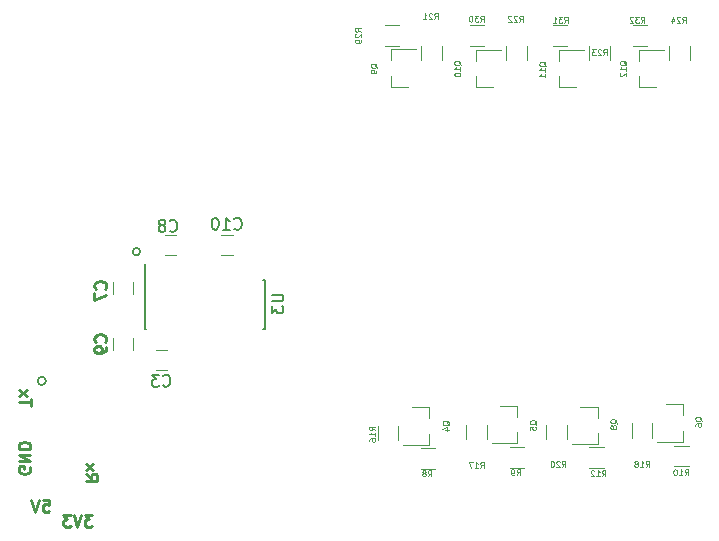
<source format=gbr>
G04 #@! TF.FileFunction,Legend,Bot*
%FSLAX46Y46*%
G04 Gerber Fmt 4.6, Leading zero omitted, Abs format (unit mm)*
G04 Created by KiCad (PCBNEW 4.0.4-stable) date 05/31/17 10:55:34*
%MOMM*%
%LPD*%
G01*
G04 APERTURE LIST*
%ADD10C,0.100000*%
%ADD11C,0.200000*%
%ADD12C,0.250000*%
%ADD13C,0.120000*%
%ADD14C,0.150000*%
G04 APERTURE END LIST*
D10*
D11*
X119246699Y-105846698D02*
G75*
G03X119246699Y-105846698I-346699J0D01*
G01*
X127216228Y-94900000D02*
G75*
G03X127216228Y-94900000I-316228J0D01*
G01*
D12*
X123148095Y-117182381D02*
X122529047Y-117182381D01*
X122862381Y-117563333D01*
X122719523Y-117563333D01*
X122624285Y-117610952D01*
X122576666Y-117658571D01*
X122529047Y-117753810D01*
X122529047Y-117991905D01*
X122576666Y-118087143D01*
X122624285Y-118134762D01*
X122719523Y-118182381D01*
X123005238Y-118182381D01*
X123100476Y-118134762D01*
X123148095Y-118087143D01*
X122243333Y-117182381D02*
X121910000Y-118182381D01*
X121576666Y-117182381D01*
X121338571Y-117182381D02*
X120719523Y-117182381D01*
X121052857Y-117563333D01*
X120909999Y-117563333D01*
X120814761Y-117610952D01*
X120767142Y-117658571D01*
X120719523Y-117753810D01*
X120719523Y-117991905D01*
X120767142Y-118087143D01*
X120814761Y-118134762D01*
X120909999Y-118182381D01*
X121195714Y-118182381D01*
X121290952Y-118134762D01*
X121338571Y-118087143D01*
X119000476Y-115912381D02*
X119476667Y-115912381D01*
X119524286Y-116388571D01*
X119476667Y-116340952D01*
X119381429Y-116293333D01*
X119143333Y-116293333D01*
X119048095Y-116340952D01*
X119000476Y-116388571D01*
X118952857Y-116483810D01*
X118952857Y-116721905D01*
X119000476Y-116817143D01*
X119048095Y-116864762D01*
X119143333Y-116912381D01*
X119381429Y-116912381D01*
X119476667Y-116864762D01*
X119524286Y-116817143D01*
X118667143Y-115912381D02*
X118333810Y-116912381D01*
X118000476Y-115912381D01*
X117880000Y-113131904D02*
X117927619Y-113227142D01*
X117927619Y-113369999D01*
X117880000Y-113512857D01*
X117784762Y-113608095D01*
X117689524Y-113655714D01*
X117499048Y-113703333D01*
X117356190Y-113703333D01*
X117165714Y-113655714D01*
X117070476Y-113608095D01*
X116975238Y-113512857D01*
X116927619Y-113369999D01*
X116927619Y-113274761D01*
X116975238Y-113131904D01*
X117022857Y-113084285D01*
X117356190Y-113084285D01*
X117356190Y-113274761D01*
X116927619Y-112655714D02*
X117927619Y-112655714D01*
X116927619Y-112084285D01*
X117927619Y-112084285D01*
X116927619Y-111608095D02*
X117927619Y-111608095D01*
X117927619Y-111370000D01*
X117880000Y-111227142D01*
X117784762Y-111131904D01*
X117689524Y-111084285D01*
X117499048Y-111036666D01*
X117356190Y-111036666D01*
X117165714Y-111084285D01*
X117070476Y-111131904D01*
X116975238Y-111227142D01*
X116927619Y-111370000D01*
X116927619Y-111608095D01*
X122597619Y-113705238D02*
X123073810Y-114038572D01*
X122597619Y-114276667D02*
X123597619Y-114276667D01*
X123597619Y-113895714D01*
X123550000Y-113800476D01*
X123502381Y-113752857D01*
X123407143Y-113705238D01*
X123264286Y-113705238D01*
X123169048Y-113752857D01*
X123121429Y-113800476D01*
X123073810Y-113895714D01*
X123073810Y-114276667D01*
X122597619Y-113371905D02*
X123264286Y-112848095D01*
X123264286Y-113371905D02*
X122597619Y-112848095D01*
X117977619Y-107940476D02*
X117977619Y-107369047D01*
X116977619Y-107654762D02*
X117977619Y-107654762D01*
X116977619Y-107130952D02*
X117644286Y-106607142D01*
X117644286Y-107130952D02*
X116977619Y-106607142D01*
D13*
X151660000Y-108070000D02*
X151660000Y-109000000D01*
X151660000Y-111230000D02*
X151660000Y-110300000D01*
X151660000Y-111230000D02*
X149500000Y-111230000D01*
X151660000Y-108070000D02*
X150200000Y-108070000D01*
D14*
X127610000Y-97295000D02*
X127635000Y-97295000D01*
X127610000Y-101445000D02*
X127715000Y-101445000D01*
X137760000Y-101445000D02*
X137655000Y-101445000D01*
X137760000Y-97295000D02*
X137655000Y-97295000D01*
X127610000Y-97295000D02*
X127610000Y-101445000D01*
X137760000Y-97295000D02*
X137760000Y-101445000D01*
X127635000Y-97295000D02*
X127635000Y-95920000D01*
D13*
X134050000Y-93490000D02*
X135050000Y-93490000D01*
X135050000Y-95190000D02*
X134050000Y-95190000D01*
X126620000Y-102200000D02*
X126620000Y-103200000D01*
X124920000Y-103200000D02*
X124920000Y-102200000D01*
X129530000Y-104950000D02*
X128530000Y-104950000D01*
X128530000Y-103250000D02*
X129530000Y-103250000D01*
X124920000Y-98450000D02*
X124920000Y-97450000D01*
X126620000Y-97450000D02*
X126620000Y-98450000D01*
X130280000Y-95170000D02*
X129280000Y-95170000D01*
X129280000Y-93470000D02*
X130280000Y-93470000D01*
X159160000Y-107970000D02*
X159160000Y-108900000D01*
X159160000Y-111130000D02*
X159160000Y-110200000D01*
X159160000Y-111130000D02*
X157000000Y-111130000D01*
X159160000Y-107970000D02*
X157700000Y-107970000D01*
X173160000Y-107820000D02*
X173160000Y-108750000D01*
X173160000Y-110980000D02*
X173160000Y-110050000D01*
X173160000Y-110980000D02*
X171000000Y-110980000D01*
X173160000Y-107820000D02*
X171700000Y-107820000D01*
X165960000Y-108020000D02*
X165960000Y-108950000D01*
X165960000Y-111180000D02*
X165960000Y-110250000D01*
X165960000Y-111180000D02*
X163800000Y-111180000D01*
X165960000Y-108020000D02*
X164500000Y-108020000D01*
X148440000Y-80930000D02*
X148440000Y-80000000D01*
X148440000Y-77770000D02*
X148440000Y-78700000D01*
X148440000Y-77770000D02*
X150600000Y-77770000D01*
X148440000Y-80930000D02*
X149900000Y-80930000D01*
X155640000Y-80980000D02*
X155640000Y-80050000D01*
X155640000Y-77820000D02*
X155640000Y-78750000D01*
X155640000Y-77820000D02*
X157800000Y-77820000D01*
X155640000Y-80980000D02*
X157100000Y-80980000D01*
X162640000Y-80980000D02*
X162640000Y-80050000D01*
X162640000Y-77820000D02*
X162640000Y-78750000D01*
X162640000Y-77820000D02*
X164800000Y-77820000D01*
X162640000Y-80980000D02*
X164100000Y-80980000D01*
X169440000Y-80980000D02*
X169440000Y-80050000D01*
X169440000Y-77820000D02*
X169440000Y-78750000D01*
X169440000Y-77820000D02*
X171600000Y-77820000D01*
X169440000Y-80980000D02*
X170900000Y-80980000D01*
X151000000Y-113280000D02*
X152200000Y-113280000D01*
X152200000Y-111520000D02*
X151000000Y-111520000D01*
X158500000Y-113180000D02*
X159700000Y-113180000D01*
X159700000Y-111420000D02*
X158500000Y-111420000D01*
X172450000Y-113080000D02*
X173650000Y-113080000D01*
X173650000Y-111320000D02*
X172450000Y-111320000D01*
X165250000Y-113180000D02*
X166450000Y-113180000D01*
X166450000Y-111420000D02*
X165250000Y-111420000D01*
X149080000Y-110850000D02*
X149080000Y-109650000D01*
X147320000Y-109650000D02*
X147320000Y-110850000D01*
X156580000Y-110750000D02*
X156580000Y-109550000D01*
X154820000Y-109550000D02*
X154820000Y-110750000D01*
X170580000Y-110650000D02*
X170580000Y-109450000D01*
X168820000Y-109450000D02*
X168820000Y-110650000D01*
X163380000Y-110750000D02*
X163380000Y-109550000D01*
X161620000Y-109550000D02*
X161620000Y-110750000D01*
X151020000Y-77450000D02*
X151020000Y-78650000D01*
X152780000Y-78650000D02*
X152780000Y-77450000D01*
X158220000Y-77450000D02*
X158220000Y-78650000D01*
X159980000Y-78650000D02*
X159980000Y-77450000D01*
X165220000Y-77450000D02*
X165220000Y-78650000D01*
X166980000Y-78650000D02*
X166980000Y-77450000D01*
X172020000Y-77450000D02*
X172020000Y-78650000D01*
X173780000Y-78650000D02*
X173780000Y-77450000D01*
X147950000Y-77480000D02*
X149150000Y-77480000D01*
X149150000Y-75720000D02*
X147950000Y-75720000D01*
X155150000Y-77480000D02*
X156350000Y-77480000D01*
X156350000Y-75720000D02*
X155150000Y-75720000D01*
X162150000Y-77480000D02*
X163350000Y-77480000D01*
X163350000Y-75720000D02*
X162150000Y-75720000D01*
X168950000Y-77480000D02*
X170150000Y-77480000D01*
X170150000Y-75720000D02*
X168950000Y-75720000D01*
D10*
X153373810Y-109602381D02*
X153350000Y-109554762D01*
X153302381Y-109507143D01*
X153230952Y-109435714D01*
X153207143Y-109388095D01*
X153207143Y-109340476D01*
X153326190Y-109364286D02*
X153302381Y-109316667D01*
X153254762Y-109269048D01*
X153159524Y-109245238D01*
X152992857Y-109245238D01*
X152897619Y-109269048D01*
X152850000Y-109316667D01*
X152826190Y-109364286D01*
X152826190Y-109459524D01*
X152850000Y-109507143D01*
X152897619Y-109554762D01*
X152992857Y-109578571D01*
X153159524Y-109578571D01*
X153254762Y-109554762D01*
X153302381Y-109507143D01*
X153326190Y-109459524D01*
X153326190Y-109364286D01*
X152992857Y-110007143D02*
X153326190Y-110007143D01*
X152802381Y-109888096D02*
X153159524Y-109769048D01*
X153159524Y-110078572D01*
D14*
X138352381Y-98538095D02*
X139161905Y-98538095D01*
X139257143Y-98585714D01*
X139304762Y-98633333D01*
X139352381Y-98728571D01*
X139352381Y-98919048D01*
X139304762Y-99014286D01*
X139257143Y-99061905D01*
X139161905Y-99109524D01*
X138352381Y-99109524D01*
X138352381Y-99490476D02*
X138352381Y-100109524D01*
X138733333Y-99776190D01*
X138733333Y-99919048D01*
X138780952Y-100014286D01*
X138828571Y-100061905D01*
X138923810Y-100109524D01*
X139161905Y-100109524D01*
X139257143Y-100061905D01*
X139304762Y-100014286D01*
X139352381Y-99919048D01*
X139352381Y-99633333D01*
X139304762Y-99538095D01*
X139257143Y-99490476D01*
X135192857Y-92947143D02*
X135240476Y-92994762D01*
X135383333Y-93042381D01*
X135478571Y-93042381D01*
X135621429Y-92994762D01*
X135716667Y-92899524D01*
X135764286Y-92804286D01*
X135811905Y-92613810D01*
X135811905Y-92470952D01*
X135764286Y-92280476D01*
X135716667Y-92185238D01*
X135621429Y-92090000D01*
X135478571Y-92042381D01*
X135383333Y-92042381D01*
X135240476Y-92090000D01*
X135192857Y-92137619D01*
X134240476Y-93042381D02*
X134811905Y-93042381D01*
X134526191Y-93042381D02*
X134526191Y-92042381D01*
X134621429Y-92185238D01*
X134716667Y-92280476D01*
X134811905Y-92328095D01*
X133621429Y-92042381D02*
X133526190Y-92042381D01*
X133430952Y-92090000D01*
X133383333Y-92137619D01*
X133335714Y-92232857D01*
X133288095Y-92423333D01*
X133288095Y-92661429D01*
X133335714Y-92851905D01*
X133383333Y-92947143D01*
X133430952Y-92994762D01*
X133526190Y-93042381D01*
X133621429Y-93042381D01*
X133716667Y-92994762D01*
X133764286Y-92947143D01*
X133811905Y-92851905D01*
X133859524Y-92661429D01*
X133859524Y-92423333D01*
X133811905Y-92232857D01*
X133764286Y-92137619D01*
X133716667Y-92090000D01*
X133621429Y-92042381D01*
D12*
X124257143Y-102533334D02*
X124304762Y-102485715D01*
X124352381Y-102342858D01*
X124352381Y-102247620D01*
X124304762Y-102104762D01*
X124209524Y-102009524D01*
X124114286Y-101961905D01*
X123923810Y-101914286D01*
X123780952Y-101914286D01*
X123590476Y-101961905D01*
X123495238Y-102009524D01*
X123400000Y-102104762D01*
X123352381Y-102247620D01*
X123352381Y-102342858D01*
X123400000Y-102485715D01*
X123447619Y-102533334D01*
X124352381Y-103009524D02*
X124352381Y-103200000D01*
X124304762Y-103295239D01*
X124257143Y-103342858D01*
X124114286Y-103438096D01*
X123923810Y-103485715D01*
X123542857Y-103485715D01*
X123447619Y-103438096D01*
X123400000Y-103390477D01*
X123352381Y-103295239D01*
X123352381Y-103104762D01*
X123400000Y-103009524D01*
X123447619Y-102961905D01*
X123542857Y-102914286D01*
X123780952Y-102914286D01*
X123876190Y-102961905D01*
X123923810Y-103009524D01*
X123971429Y-103104762D01*
X123971429Y-103295239D01*
X123923810Y-103390477D01*
X123876190Y-103438096D01*
X123780952Y-103485715D01*
D14*
X129156666Y-106227143D02*
X129204285Y-106274762D01*
X129347142Y-106322381D01*
X129442380Y-106322381D01*
X129585238Y-106274762D01*
X129680476Y-106179524D01*
X129728095Y-106084286D01*
X129775714Y-105893810D01*
X129775714Y-105750952D01*
X129728095Y-105560476D01*
X129680476Y-105465238D01*
X129585238Y-105370000D01*
X129442380Y-105322381D01*
X129347142Y-105322381D01*
X129204285Y-105370000D01*
X129156666Y-105417619D01*
X128823333Y-105322381D02*
X128204285Y-105322381D01*
X128537619Y-105703333D01*
X128394761Y-105703333D01*
X128299523Y-105750952D01*
X128251904Y-105798571D01*
X128204285Y-105893810D01*
X128204285Y-106131905D01*
X128251904Y-106227143D01*
X128299523Y-106274762D01*
X128394761Y-106322381D01*
X128680476Y-106322381D01*
X128775714Y-106274762D01*
X128823333Y-106227143D01*
D12*
X124257143Y-98033334D02*
X124304762Y-97985715D01*
X124352381Y-97842858D01*
X124352381Y-97747620D01*
X124304762Y-97604762D01*
X124209524Y-97509524D01*
X124114286Y-97461905D01*
X123923810Y-97414286D01*
X123780952Y-97414286D01*
X123590476Y-97461905D01*
X123495238Y-97509524D01*
X123400000Y-97604762D01*
X123352381Y-97747620D01*
X123352381Y-97842858D01*
X123400000Y-97985715D01*
X123447619Y-98033334D01*
X123352381Y-98366667D02*
X123352381Y-99033334D01*
X124352381Y-98604762D01*
D14*
X129726666Y-93117143D02*
X129774285Y-93164762D01*
X129917142Y-93212381D01*
X130012380Y-93212381D01*
X130155238Y-93164762D01*
X130250476Y-93069524D01*
X130298095Y-92974286D01*
X130345714Y-92783810D01*
X130345714Y-92640952D01*
X130298095Y-92450476D01*
X130250476Y-92355238D01*
X130155238Y-92260000D01*
X130012380Y-92212381D01*
X129917142Y-92212381D01*
X129774285Y-92260000D01*
X129726666Y-92307619D01*
X129155238Y-92640952D02*
X129250476Y-92593333D01*
X129298095Y-92545714D01*
X129345714Y-92450476D01*
X129345714Y-92402857D01*
X129298095Y-92307619D01*
X129250476Y-92260000D01*
X129155238Y-92212381D01*
X128964761Y-92212381D01*
X128869523Y-92260000D01*
X128821904Y-92307619D01*
X128774285Y-92402857D01*
X128774285Y-92450476D01*
X128821904Y-92545714D01*
X128869523Y-92593333D01*
X128964761Y-92640952D01*
X129155238Y-92640952D01*
X129250476Y-92688571D01*
X129298095Y-92736190D01*
X129345714Y-92831429D01*
X129345714Y-93021905D01*
X129298095Y-93117143D01*
X129250476Y-93164762D01*
X129155238Y-93212381D01*
X128964761Y-93212381D01*
X128869523Y-93164762D01*
X128821904Y-93117143D01*
X128774285Y-93021905D01*
X128774285Y-92831429D01*
X128821904Y-92736190D01*
X128869523Y-92688571D01*
X128964761Y-92640952D01*
D10*
X160773810Y-109552381D02*
X160750000Y-109504762D01*
X160702381Y-109457143D01*
X160630952Y-109385714D01*
X160607143Y-109338095D01*
X160607143Y-109290476D01*
X160726190Y-109314286D02*
X160702381Y-109266667D01*
X160654762Y-109219048D01*
X160559524Y-109195238D01*
X160392857Y-109195238D01*
X160297619Y-109219048D01*
X160250000Y-109266667D01*
X160226190Y-109314286D01*
X160226190Y-109409524D01*
X160250000Y-109457143D01*
X160297619Y-109504762D01*
X160392857Y-109528571D01*
X160559524Y-109528571D01*
X160654762Y-109504762D01*
X160702381Y-109457143D01*
X160726190Y-109409524D01*
X160726190Y-109314286D01*
X160226190Y-109980953D02*
X160226190Y-109742858D01*
X160464286Y-109719048D01*
X160440476Y-109742858D01*
X160416667Y-109790477D01*
X160416667Y-109909524D01*
X160440476Y-109957143D01*
X160464286Y-109980953D01*
X160511905Y-110004762D01*
X160630952Y-110004762D01*
X160678571Y-109980953D01*
X160702381Y-109957143D01*
X160726190Y-109909524D01*
X160726190Y-109790477D01*
X160702381Y-109742858D01*
X160678571Y-109719048D01*
X174773810Y-109252381D02*
X174750000Y-109204762D01*
X174702381Y-109157143D01*
X174630952Y-109085714D01*
X174607143Y-109038095D01*
X174607143Y-108990476D01*
X174726190Y-109014286D02*
X174702381Y-108966667D01*
X174654762Y-108919048D01*
X174559524Y-108895238D01*
X174392857Y-108895238D01*
X174297619Y-108919048D01*
X174250000Y-108966667D01*
X174226190Y-109014286D01*
X174226190Y-109109524D01*
X174250000Y-109157143D01*
X174297619Y-109204762D01*
X174392857Y-109228571D01*
X174559524Y-109228571D01*
X174654762Y-109204762D01*
X174702381Y-109157143D01*
X174726190Y-109109524D01*
X174726190Y-109014286D01*
X174226190Y-109657143D02*
X174226190Y-109561905D01*
X174250000Y-109514286D01*
X174273810Y-109490477D01*
X174345238Y-109442858D01*
X174440476Y-109419048D01*
X174630952Y-109419048D01*
X174678571Y-109442858D01*
X174702381Y-109466667D01*
X174726190Y-109514286D01*
X174726190Y-109609524D01*
X174702381Y-109657143D01*
X174678571Y-109680953D01*
X174630952Y-109704762D01*
X174511905Y-109704762D01*
X174464286Y-109680953D01*
X174440476Y-109657143D01*
X174416667Y-109609524D01*
X174416667Y-109514286D01*
X174440476Y-109466667D01*
X174464286Y-109442858D01*
X174511905Y-109419048D01*
X167573810Y-109452381D02*
X167550000Y-109404762D01*
X167502381Y-109357143D01*
X167430952Y-109285714D01*
X167407143Y-109238095D01*
X167407143Y-109190476D01*
X167526190Y-109214286D02*
X167502381Y-109166667D01*
X167454762Y-109119048D01*
X167359524Y-109095238D01*
X167192857Y-109095238D01*
X167097619Y-109119048D01*
X167050000Y-109166667D01*
X167026190Y-109214286D01*
X167026190Y-109309524D01*
X167050000Y-109357143D01*
X167097619Y-109404762D01*
X167192857Y-109428571D01*
X167359524Y-109428571D01*
X167454762Y-109404762D01*
X167502381Y-109357143D01*
X167526190Y-109309524D01*
X167526190Y-109214286D01*
X167240476Y-109714286D02*
X167216667Y-109666667D01*
X167192857Y-109642858D01*
X167145238Y-109619048D01*
X167121429Y-109619048D01*
X167073810Y-109642858D01*
X167050000Y-109666667D01*
X167026190Y-109714286D01*
X167026190Y-109809524D01*
X167050000Y-109857143D01*
X167073810Y-109880953D01*
X167121429Y-109904762D01*
X167145238Y-109904762D01*
X167192857Y-109880953D01*
X167216667Y-109857143D01*
X167240476Y-109809524D01*
X167240476Y-109714286D01*
X167264286Y-109666667D01*
X167288095Y-109642858D01*
X167335714Y-109619048D01*
X167430952Y-109619048D01*
X167478571Y-109642858D01*
X167502381Y-109666667D01*
X167526190Y-109714286D01*
X167526190Y-109809524D01*
X167502381Y-109857143D01*
X167478571Y-109880953D01*
X167430952Y-109904762D01*
X167335714Y-109904762D01*
X167288095Y-109880953D01*
X167264286Y-109857143D01*
X167240476Y-109809524D01*
X147273810Y-79352381D02*
X147250000Y-79304762D01*
X147202381Y-79257143D01*
X147130952Y-79185714D01*
X147107143Y-79138095D01*
X147107143Y-79090476D01*
X147226190Y-79114286D02*
X147202381Y-79066667D01*
X147154762Y-79019048D01*
X147059524Y-78995238D01*
X146892857Y-78995238D01*
X146797619Y-79019048D01*
X146750000Y-79066667D01*
X146726190Y-79114286D01*
X146726190Y-79209524D01*
X146750000Y-79257143D01*
X146797619Y-79304762D01*
X146892857Y-79328571D01*
X147059524Y-79328571D01*
X147154762Y-79304762D01*
X147202381Y-79257143D01*
X147226190Y-79209524D01*
X147226190Y-79114286D01*
X147226190Y-79566667D02*
X147226190Y-79661905D01*
X147202381Y-79709524D01*
X147178571Y-79733334D01*
X147107143Y-79780953D01*
X147011905Y-79804762D01*
X146821429Y-79804762D01*
X146773810Y-79780953D01*
X146750000Y-79757143D01*
X146726190Y-79709524D01*
X146726190Y-79614286D01*
X146750000Y-79566667D01*
X146773810Y-79542858D01*
X146821429Y-79519048D01*
X146940476Y-79519048D01*
X146988095Y-79542858D01*
X147011905Y-79566667D01*
X147035714Y-79614286D01*
X147035714Y-79709524D01*
X147011905Y-79757143D01*
X146988095Y-79780953D01*
X146940476Y-79804762D01*
X154373810Y-79114286D02*
X154350000Y-79066667D01*
X154302381Y-79019048D01*
X154230952Y-78947619D01*
X154207143Y-78900000D01*
X154207143Y-78852381D01*
X154326190Y-78876191D02*
X154302381Y-78828572D01*
X154254762Y-78780953D01*
X154159524Y-78757143D01*
X153992857Y-78757143D01*
X153897619Y-78780953D01*
X153850000Y-78828572D01*
X153826190Y-78876191D01*
X153826190Y-78971429D01*
X153850000Y-79019048D01*
X153897619Y-79066667D01*
X153992857Y-79090476D01*
X154159524Y-79090476D01*
X154254762Y-79066667D01*
X154302381Y-79019048D01*
X154326190Y-78971429D01*
X154326190Y-78876191D01*
X154326190Y-79566667D02*
X154326190Y-79280953D01*
X154326190Y-79423810D02*
X153826190Y-79423810D01*
X153897619Y-79376191D01*
X153945238Y-79328572D01*
X153969048Y-79280953D01*
X153826190Y-79876191D02*
X153826190Y-79923810D01*
X153850000Y-79971429D01*
X153873810Y-79995238D01*
X153921429Y-80019048D01*
X154016667Y-80042857D01*
X154135714Y-80042857D01*
X154230952Y-80019048D01*
X154278571Y-79995238D01*
X154302381Y-79971429D01*
X154326190Y-79923810D01*
X154326190Y-79876191D01*
X154302381Y-79828572D01*
X154278571Y-79804762D01*
X154230952Y-79780953D01*
X154135714Y-79757143D01*
X154016667Y-79757143D01*
X153921429Y-79780953D01*
X153873810Y-79804762D01*
X153850000Y-79828572D01*
X153826190Y-79876191D01*
X161573810Y-79214286D02*
X161550000Y-79166667D01*
X161502381Y-79119048D01*
X161430952Y-79047619D01*
X161407143Y-79000000D01*
X161407143Y-78952381D01*
X161526190Y-78976191D02*
X161502381Y-78928572D01*
X161454762Y-78880953D01*
X161359524Y-78857143D01*
X161192857Y-78857143D01*
X161097619Y-78880953D01*
X161050000Y-78928572D01*
X161026190Y-78976191D01*
X161026190Y-79071429D01*
X161050000Y-79119048D01*
X161097619Y-79166667D01*
X161192857Y-79190476D01*
X161359524Y-79190476D01*
X161454762Y-79166667D01*
X161502381Y-79119048D01*
X161526190Y-79071429D01*
X161526190Y-78976191D01*
X161526190Y-79666667D02*
X161526190Y-79380953D01*
X161526190Y-79523810D02*
X161026190Y-79523810D01*
X161097619Y-79476191D01*
X161145238Y-79428572D01*
X161169048Y-79380953D01*
X161526190Y-80142857D02*
X161526190Y-79857143D01*
X161526190Y-80000000D02*
X161026190Y-80000000D01*
X161097619Y-79952381D01*
X161145238Y-79904762D01*
X161169048Y-79857143D01*
X168373810Y-79114286D02*
X168350000Y-79066667D01*
X168302381Y-79019048D01*
X168230952Y-78947619D01*
X168207143Y-78900000D01*
X168207143Y-78852381D01*
X168326190Y-78876191D02*
X168302381Y-78828572D01*
X168254762Y-78780953D01*
X168159524Y-78757143D01*
X167992857Y-78757143D01*
X167897619Y-78780953D01*
X167850000Y-78828572D01*
X167826190Y-78876191D01*
X167826190Y-78971429D01*
X167850000Y-79019048D01*
X167897619Y-79066667D01*
X167992857Y-79090476D01*
X168159524Y-79090476D01*
X168254762Y-79066667D01*
X168302381Y-79019048D01*
X168326190Y-78971429D01*
X168326190Y-78876191D01*
X168326190Y-79566667D02*
X168326190Y-79280953D01*
X168326190Y-79423810D02*
X167826190Y-79423810D01*
X167897619Y-79376191D01*
X167945238Y-79328572D01*
X167969048Y-79280953D01*
X167873810Y-79757143D02*
X167850000Y-79780953D01*
X167826190Y-79828572D01*
X167826190Y-79947619D01*
X167850000Y-79995238D01*
X167873810Y-80019048D01*
X167921429Y-80042857D01*
X167969048Y-80042857D01*
X168040476Y-80019048D01*
X168326190Y-79733334D01*
X168326190Y-80042857D01*
X151583333Y-113926190D02*
X151750000Y-113688095D01*
X151869047Y-113926190D02*
X151869047Y-113426190D01*
X151678571Y-113426190D01*
X151630952Y-113450000D01*
X151607143Y-113473810D01*
X151583333Y-113521429D01*
X151583333Y-113592857D01*
X151607143Y-113640476D01*
X151630952Y-113664286D01*
X151678571Y-113688095D01*
X151869047Y-113688095D01*
X151297619Y-113640476D02*
X151345238Y-113616667D01*
X151369047Y-113592857D01*
X151392857Y-113545238D01*
X151392857Y-113521429D01*
X151369047Y-113473810D01*
X151345238Y-113450000D01*
X151297619Y-113426190D01*
X151202381Y-113426190D01*
X151154762Y-113450000D01*
X151130952Y-113473810D01*
X151107143Y-113521429D01*
X151107143Y-113545238D01*
X151130952Y-113592857D01*
X151154762Y-113616667D01*
X151202381Y-113640476D01*
X151297619Y-113640476D01*
X151345238Y-113664286D01*
X151369047Y-113688095D01*
X151392857Y-113735714D01*
X151392857Y-113830952D01*
X151369047Y-113878571D01*
X151345238Y-113902381D01*
X151297619Y-113926190D01*
X151202381Y-113926190D01*
X151154762Y-113902381D01*
X151130952Y-113878571D01*
X151107143Y-113830952D01*
X151107143Y-113735714D01*
X151130952Y-113688095D01*
X151154762Y-113664286D01*
X151202381Y-113640476D01*
X159083333Y-113826190D02*
X159250000Y-113588095D01*
X159369047Y-113826190D02*
X159369047Y-113326190D01*
X159178571Y-113326190D01*
X159130952Y-113350000D01*
X159107143Y-113373810D01*
X159083333Y-113421429D01*
X159083333Y-113492857D01*
X159107143Y-113540476D01*
X159130952Y-113564286D01*
X159178571Y-113588095D01*
X159369047Y-113588095D01*
X158845238Y-113826190D02*
X158750000Y-113826190D01*
X158702381Y-113802381D01*
X158678571Y-113778571D01*
X158630952Y-113707143D01*
X158607143Y-113611905D01*
X158607143Y-113421429D01*
X158630952Y-113373810D01*
X158654762Y-113350000D01*
X158702381Y-113326190D01*
X158797619Y-113326190D01*
X158845238Y-113350000D01*
X158869047Y-113373810D01*
X158892857Y-113421429D01*
X158892857Y-113540476D01*
X158869047Y-113588095D01*
X158845238Y-113611905D01*
X158797619Y-113635714D01*
X158702381Y-113635714D01*
X158654762Y-113611905D01*
X158630952Y-113588095D01*
X158607143Y-113540476D01*
X173321428Y-113826190D02*
X173488095Y-113588095D01*
X173607142Y-113826190D02*
X173607142Y-113326190D01*
X173416666Y-113326190D01*
X173369047Y-113350000D01*
X173345238Y-113373810D01*
X173321428Y-113421429D01*
X173321428Y-113492857D01*
X173345238Y-113540476D01*
X173369047Y-113564286D01*
X173416666Y-113588095D01*
X173607142Y-113588095D01*
X172845238Y-113826190D02*
X173130952Y-113826190D01*
X172988095Y-113826190D02*
X172988095Y-113326190D01*
X173035714Y-113397619D01*
X173083333Y-113445238D01*
X173130952Y-113469048D01*
X172535714Y-113326190D02*
X172488095Y-113326190D01*
X172440476Y-113350000D01*
X172416667Y-113373810D01*
X172392857Y-113421429D01*
X172369048Y-113516667D01*
X172369048Y-113635714D01*
X172392857Y-113730952D01*
X172416667Y-113778571D01*
X172440476Y-113802381D01*
X172488095Y-113826190D01*
X172535714Y-113826190D01*
X172583333Y-113802381D01*
X172607143Y-113778571D01*
X172630952Y-113730952D01*
X172654762Y-113635714D01*
X172654762Y-113516667D01*
X172630952Y-113421429D01*
X172607143Y-113373810D01*
X172583333Y-113350000D01*
X172535714Y-113326190D01*
X166321428Y-113926190D02*
X166488095Y-113688095D01*
X166607142Y-113926190D02*
X166607142Y-113426190D01*
X166416666Y-113426190D01*
X166369047Y-113450000D01*
X166345238Y-113473810D01*
X166321428Y-113521429D01*
X166321428Y-113592857D01*
X166345238Y-113640476D01*
X166369047Y-113664286D01*
X166416666Y-113688095D01*
X166607142Y-113688095D01*
X165845238Y-113926190D02*
X166130952Y-113926190D01*
X165988095Y-113926190D02*
X165988095Y-113426190D01*
X166035714Y-113497619D01*
X166083333Y-113545238D01*
X166130952Y-113569048D01*
X165654762Y-113473810D02*
X165630952Y-113450000D01*
X165583333Y-113426190D01*
X165464286Y-113426190D01*
X165416667Y-113450000D01*
X165392857Y-113473810D01*
X165369048Y-113521429D01*
X165369048Y-113569048D01*
X165392857Y-113640476D01*
X165678571Y-113926190D01*
X165369048Y-113926190D01*
X147126190Y-110028572D02*
X146888095Y-109861905D01*
X147126190Y-109742858D02*
X146626190Y-109742858D01*
X146626190Y-109933334D01*
X146650000Y-109980953D01*
X146673810Y-110004762D01*
X146721429Y-110028572D01*
X146792857Y-110028572D01*
X146840476Y-110004762D01*
X146864286Y-109980953D01*
X146888095Y-109933334D01*
X146888095Y-109742858D01*
X147126190Y-110504762D02*
X147126190Y-110219048D01*
X147126190Y-110361905D02*
X146626190Y-110361905D01*
X146697619Y-110314286D01*
X146745238Y-110266667D01*
X146769048Y-110219048D01*
X146626190Y-110933333D02*
X146626190Y-110838095D01*
X146650000Y-110790476D01*
X146673810Y-110766667D01*
X146745238Y-110719048D01*
X146840476Y-110695238D01*
X147030952Y-110695238D01*
X147078571Y-110719048D01*
X147102381Y-110742857D01*
X147126190Y-110790476D01*
X147126190Y-110885714D01*
X147102381Y-110933333D01*
X147078571Y-110957143D01*
X147030952Y-110980952D01*
X146911905Y-110980952D01*
X146864286Y-110957143D01*
X146840476Y-110933333D01*
X146816667Y-110885714D01*
X146816667Y-110790476D01*
X146840476Y-110742857D01*
X146864286Y-110719048D01*
X146911905Y-110695238D01*
X156021428Y-113226190D02*
X156188095Y-112988095D01*
X156307142Y-113226190D02*
X156307142Y-112726190D01*
X156116666Y-112726190D01*
X156069047Y-112750000D01*
X156045238Y-112773810D01*
X156021428Y-112821429D01*
X156021428Y-112892857D01*
X156045238Y-112940476D01*
X156069047Y-112964286D01*
X156116666Y-112988095D01*
X156307142Y-112988095D01*
X155545238Y-113226190D02*
X155830952Y-113226190D01*
X155688095Y-113226190D02*
X155688095Y-112726190D01*
X155735714Y-112797619D01*
X155783333Y-112845238D01*
X155830952Y-112869048D01*
X155378571Y-112726190D02*
X155045238Y-112726190D01*
X155259524Y-113226190D01*
X170021428Y-113126190D02*
X170188095Y-112888095D01*
X170307142Y-113126190D02*
X170307142Y-112626190D01*
X170116666Y-112626190D01*
X170069047Y-112650000D01*
X170045238Y-112673810D01*
X170021428Y-112721429D01*
X170021428Y-112792857D01*
X170045238Y-112840476D01*
X170069047Y-112864286D01*
X170116666Y-112888095D01*
X170307142Y-112888095D01*
X169545238Y-113126190D02*
X169830952Y-113126190D01*
X169688095Y-113126190D02*
X169688095Y-112626190D01*
X169735714Y-112697619D01*
X169783333Y-112745238D01*
X169830952Y-112769048D01*
X169259524Y-112840476D02*
X169307143Y-112816667D01*
X169330952Y-112792857D01*
X169354762Y-112745238D01*
X169354762Y-112721429D01*
X169330952Y-112673810D01*
X169307143Y-112650000D01*
X169259524Y-112626190D01*
X169164286Y-112626190D01*
X169116667Y-112650000D01*
X169092857Y-112673810D01*
X169069048Y-112721429D01*
X169069048Y-112745238D01*
X169092857Y-112792857D01*
X169116667Y-112816667D01*
X169164286Y-112840476D01*
X169259524Y-112840476D01*
X169307143Y-112864286D01*
X169330952Y-112888095D01*
X169354762Y-112935714D01*
X169354762Y-113030952D01*
X169330952Y-113078571D01*
X169307143Y-113102381D01*
X169259524Y-113126190D01*
X169164286Y-113126190D01*
X169116667Y-113102381D01*
X169092857Y-113078571D01*
X169069048Y-113030952D01*
X169069048Y-112935714D01*
X169092857Y-112888095D01*
X169116667Y-112864286D01*
X169164286Y-112840476D01*
X162921428Y-113126190D02*
X163088095Y-112888095D01*
X163207142Y-113126190D02*
X163207142Y-112626190D01*
X163016666Y-112626190D01*
X162969047Y-112650000D01*
X162945238Y-112673810D01*
X162921428Y-112721429D01*
X162921428Y-112792857D01*
X162945238Y-112840476D01*
X162969047Y-112864286D01*
X163016666Y-112888095D01*
X163207142Y-112888095D01*
X162730952Y-112673810D02*
X162707142Y-112650000D01*
X162659523Y-112626190D01*
X162540476Y-112626190D01*
X162492857Y-112650000D01*
X162469047Y-112673810D01*
X162445238Y-112721429D01*
X162445238Y-112769048D01*
X162469047Y-112840476D01*
X162754761Y-113126190D01*
X162445238Y-113126190D01*
X162135714Y-112626190D02*
X162088095Y-112626190D01*
X162040476Y-112650000D01*
X162016667Y-112673810D01*
X161992857Y-112721429D01*
X161969048Y-112816667D01*
X161969048Y-112935714D01*
X161992857Y-113030952D01*
X162016667Y-113078571D01*
X162040476Y-113102381D01*
X162088095Y-113126190D01*
X162135714Y-113126190D01*
X162183333Y-113102381D01*
X162207143Y-113078571D01*
X162230952Y-113030952D01*
X162254762Y-112935714D01*
X162254762Y-112816667D01*
X162230952Y-112721429D01*
X162207143Y-112673810D01*
X162183333Y-112650000D01*
X162135714Y-112626190D01*
X152121428Y-75226190D02*
X152288095Y-74988095D01*
X152407142Y-75226190D02*
X152407142Y-74726190D01*
X152216666Y-74726190D01*
X152169047Y-74750000D01*
X152145238Y-74773810D01*
X152121428Y-74821429D01*
X152121428Y-74892857D01*
X152145238Y-74940476D01*
X152169047Y-74964286D01*
X152216666Y-74988095D01*
X152407142Y-74988095D01*
X151930952Y-74773810D02*
X151907142Y-74750000D01*
X151859523Y-74726190D01*
X151740476Y-74726190D01*
X151692857Y-74750000D01*
X151669047Y-74773810D01*
X151645238Y-74821429D01*
X151645238Y-74869048D01*
X151669047Y-74940476D01*
X151954761Y-75226190D01*
X151645238Y-75226190D01*
X151169048Y-75226190D02*
X151454762Y-75226190D01*
X151311905Y-75226190D02*
X151311905Y-74726190D01*
X151359524Y-74797619D01*
X151407143Y-74845238D01*
X151454762Y-74869048D01*
X159321428Y-75426190D02*
X159488095Y-75188095D01*
X159607142Y-75426190D02*
X159607142Y-74926190D01*
X159416666Y-74926190D01*
X159369047Y-74950000D01*
X159345238Y-74973810D01*
X159321428Y-75021429D01*
X159321428Y-75092857D01*
X159345238Y-75140476D01*
X159369047Y-75164286D01*
X159416666Y-75188095D01*
X159607142Y-75188095D01*
X159130952Y-74973810D02*
X159107142Y-74950000D01*
X159059523Y-74926190D01*
X158940476Y-74926190D01*
X158892857Y-74950000D01*
X158869047Y-74973810D01*
X158845238Y-75021429D01*
X158845238Y-75069048D01*
X158869047Y-75140476D01*
X159154761Y-75426190D01*
X158845238Y-75426190D01*
X158654762Y-74973810D02*
X158630952Y-74950000D01*
X158583333Y-74926190D01*
X158464286Y-74926190D01*
X158416667Y-74950000D01*
X158392857Y-74973810D01*
X158369048Y-75021429D01*
X158369048Y-75069048D01*
X158392857Y-75140476D01*
X158678571Y-75426190D01*
X158369048Y-75426190D01*
X166421428Y-78276190D02*
X166588095Y-78038095D01*
X166707142Y-78276190D02*
X166707142Y-77776190D01*
X166516666Y-77776190D01*
X166469047Y-77800000D01*
X166445238Y-77823810D01*
X166421428Y-77871429D01*
X166421428Y-77942857D01*
X166445238Y-77990476D01*
X166469047Y-78014286D01*
X166516666Y-78038095D01*
X166707142Y-78038095D01*
X166230952Y-77823810D02*
X166207142Y-77800000D01*
X166159523Y-77776190D01*
X166040476Y-77776190D01*
X165992857Y-77800000D01*
X165969047Y-77823810D01*
X165945238Y-77871429D01*
X165945238Y-77919048D01*
X165969047Y-77990476D01*
X166254761Y-78276190D01*
X165945238Y-78276190D01*
X165778571Y-77776190D02*
X165469048Y-77776190D01*
X165635714Y-77966667D01*
X165564286Y-77966667D01*
X165516667Y-77990476D01*
X165492857Y-78014286D01*
X165469048Y-78061905D01*
X165469048Y-78180952D01*
X165492857Y-78228571D01*
X165516667Y-78252381D01*
X165564286Y-78276190D01*
X165707143Y-78276190D01*
X165754762Y-78252381D01*
X165778571Y-78228571D01*
X173121428Y-75526190D02*
X173288095Y-75288095D01*
X173407142Y-75526190D02*
X173407142Y-75026190D01*
X173216666Y-75026190D01*
X173169047Y-75050000D01*
X173145238Y-75073810D01*
X173121428Y-75121429D01*
X173121428Y-75192857D01*
X173145238Y-75240476D01*
X173169047Y-75264286D01*
X173216666Y-75288095D01*
X173407142Y-75288095D01*
X172930952Y-75073810D02*
X172907142Y-75050000D01*
X172859523Y-75026190D01*
X172740476Y-75026190D01*
X172692857Y-75050000D01*
X172669047Y-75073810D01*
X172645238Y-75121429D01*
X172645238Y-75169048D01*
X172669047Y-75240476D01*
X172954761Y-75526190D01*
X172645238Y-75526190D01*
X172216667Y-75192857D02*
X172216667Y-75526190D01*
X172335714Y-75002381D02*
X172454762Y-75359524D01*
X172145238Y-75359524D01*
X145926190Y-76278572D02*
X145688095Y-76111905D01*
X145926190Y-75992858D02*
X145426190Y-75992858D01*
X145426190Y-76183334D01*
X145450000Y-76230953D01*
X145473810Y-76254762D01*
X145521429Y-76278572D01*
X145592857Y-76278572D01*
X145640476Y-76254762D01*
X145664286Y-76230953D01*
X145688095Y-76183334D01*
X145688095Y-75992858D01*
X145473810Y-76469048D02*
X145450000Y-76492858D01*
X145426190Y-76540477D01*
X145426190Y-76659524D01*
X145450000Y-76707143D01*
X145473810Y-76730953D01*
X145521429Y-76754762D01*
X145569048Y-76754762D01*
X145640476Y-76730953D01*
X145926190Y-76445239D01*
X145926190Y-76754762D01*
X145926190Y-76992857D02*
X145926190Y-77088095D01*
X145902381Y-77135714D01*
X145878571Y-77159524D01*
X145807143Y-77207143D01*
X145711905Y-77230952D01*
X145521429Y-77230952D01*
X145473810Y-77207143D01*
X145450000Y-77183333D01*
X145426190Y-77135714D01*
X145426190Y-77040476D01*
X145450000Y-76992857D01*
X145473810Y-76969048D01*
X145521429Y-76945238D01*
X145640476Y-76945238D01*
X145688095Y-76969048D01*
X145711905Y-76992857D01*
X145735714Y-77040476D01*
X145735714Y-77135714D01*
X145711905Y-77183333D01*
X145688095Y-77207143D01*
X145640476Y-77230952D01*
X156021428Y-75426190D02*
X156188095Y-75188095D01*
X156307142Y-75426190D02*
X156307142Y-74926190D01*
X156116666Y-74926190D01*
X156069047Y-74950000D01*
X156045238Y-74973810D01*
X156021428Y-75021429D01*
X156021428Y-75092857D01*
X156045238Y-75140476D01*
X156069047Y-75164286D01*
X156116666Y-75188095D01*
X156307142Y-75188095D01*
X155854761Y-74926190D02*
X155545238Y-74926190D01*
X155711904Y-75116667D01*
X155640476Y-75116667D01*
X155592857Y-75140476D01*
X155569047Y-75164286D01*
X155545238Y-75211905D01*
X155545238Y-75330952D01*
X155569047Y-75378571D01*
X155592857Y-75402381D01*
X155640476Y-75426190D01*
X155783333Y-75426190D01*
X155830952Y-75402381D01*
X155854761Y-75378571D01*
X155235714Y-74926190D02*
X155188095Y-74926190D01*
X155140476Y-74950000D01*
X155116667Y-74973810D01*
X155092857Y-75021429D01*
X155069048Y-75116667D01*
X155069048Y-75235714D01*
X155092857Y-75330952D01*
X155116667Y-75378571D01*
X155140476Y-75402381D01*
X155188095Y-75426190D01*
X155235714Y-75426190D01*
X155283333Y-75402381D01*
X155307143Y-75378571D01*
X155330952Y-75330952D01*
X155354762Y-75235714D01*
X155354762Y-75116667D01*
X155330952Y-75021429D01*
X155307143Y-74973810D01*
X155283333Y-74950000D01*
X155235714Y-74926190D01*
X163121428Y-75526190D02*
X163288095Y-75288095D01*
X163407142Y-75526190D02*
X163407142Y-75026190D01*
X163216666Y-75026190D01*
X163169047Y-75050000D01*
X163145238Y-75073810D01*
X163121428Y-75121429D01*
X163121428Y-75192857D01*
X163145238Y-75240476D01*
X163169047Y-75264286D01*
X163216666Y-75288095D01*
X163407142Y-75288095D01*
X162954761Y-75026190D02*
X162645238Y-75026190D01*
X162811904Y-75216667D01*
X162740476Y-75216667D01*
X162692857Y-75240476D01*
X162669047Y-75264286D01*
X162645238Y-75311905D01*
X162645238Y-75430952D01*
X162669047Y-75478571D01*
X162692857Y-75502381D01*
X162740476Y-75526190D01*
X162883333Y-75526190D01*
X162930952Y-75502381D01*
X162954761Y-75478571D01*
X162169048Y-75526190D02*
X162454762Y-75526190D01*
X162311905Y-75526190D02*
X162311905Y-75026190D01*
X162359524Y-75097619D01*
X162407143Y-75145238D01*
X162454762Y-75169048D01*
X169621428Y-75526190D02*
X169788095Y-75288095D01*
X169907142Y-75526190D02*
X169907142Y-75026190D01*
X169716666Y-75026190D01*
X169669047Y-75050000D01*
X169645238Y-75073810D01*
X169621428Y-75121429D01*
X169621428Y-75192857D01*
X169645238Y-75240476D01*
X169669047Y-75264286D01*
X169716666Y-75288095D01*
X169907142Y-75288095D01*
X169454761Y-75026190D02*
X169145238Y-75026190D01*
X169311904Y-75216667D01*
X169240476Y-75216667D01*
X169192857Y-75240476D01*
X169169047Y-75264286D01*
X169145238Y-75311905D01*
X169145238Y-75430952D01*
X169169047Y-75478571D01*
X169192857Y-75502381D01*
X169240476Y-75526190D01*
X169383333Y-75526190D01*
X169430952Y-75502381D01*
X169454761Y-75478571D01*
X168954762Y-75073810D02*
X168930952Y-75050000D01*
X168883333Y-75026190D01*
X168764286Y-75026190D01*
X168716667Y-75050000D01*
X168692857Y-75073810D01*
X168669048Y-75121429D01*
X168669048Y-75169048D01*
X168692857Y-75240476D01*
X168978571Y-75526190D01*
X168669048Y-75526190D01*
M02*

</source>
